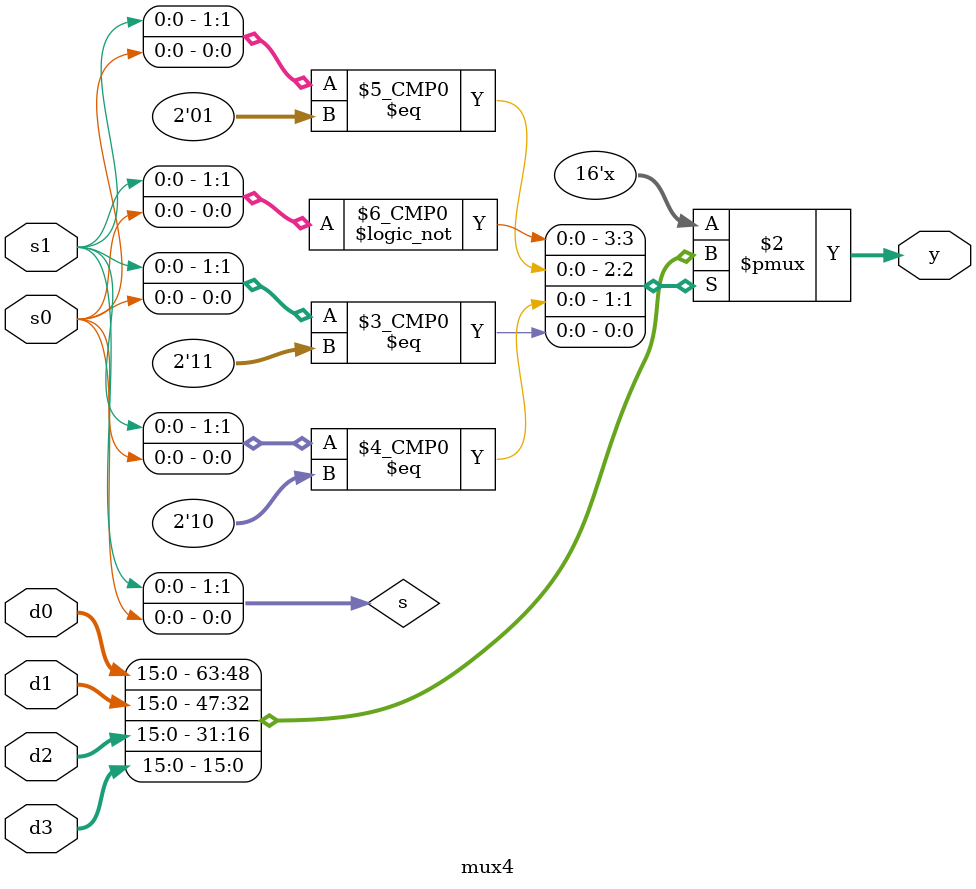
<source format=sv>
module mux4
		#(parameter width = 16)
		(	input		logic[width-1 : 0] d0, d1, d2, d3,
			input		logic s0, s1,
			output	logic[width-1 : 0] y
		);
		
		logic	[1:0]	s;
		assign s = {s1, s0};

		always_comb begin
			unique case (s)
				2'b00:	y = d0;
				2'b01:	y = d1;
				2'b10:	y = d2;
				2'b11:	y = d3;
				default : ;
			endcase
		end
		
endmodule

</source>
